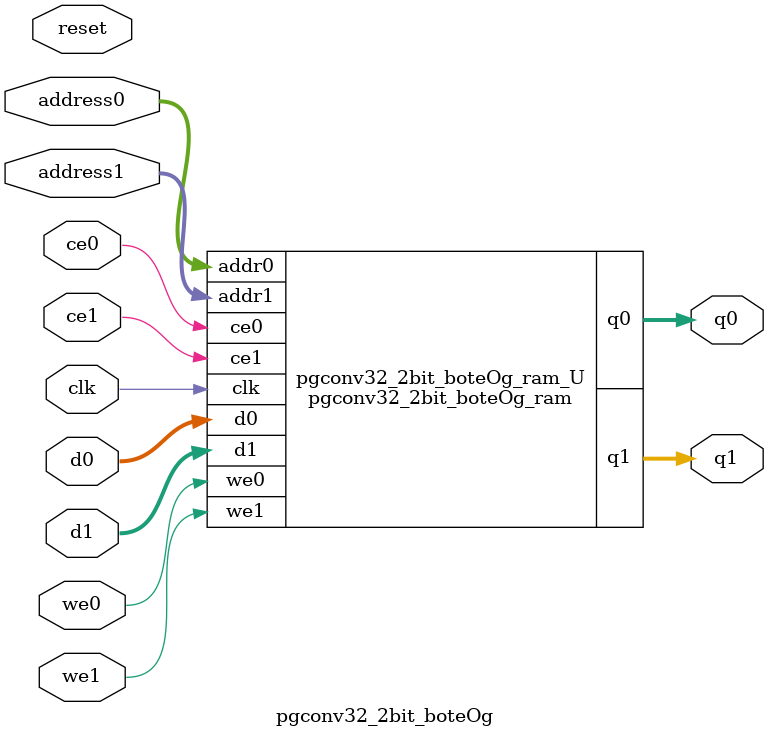
<source format=v>
`timescale 1 ns / 1 ps
module pgconv32_2bit_boteOg_ram (addr0, ce0, d0, we0, q0, addr1, ce1, d1, we1, q1,  clk);

parameter DWIDTH = 32;
parameter AWIDTH = 4;
parameter MEM_SIZE = 9;

input[AWIDTH-1:0] addr0;
input ce0;
input[DWIDTH-1:0] d0;
input we0;
output reg[DWIDTH-1:0] q0;
input[AWIDTH-1:0] addr1;
input ce1;
input[DWIDTH-1:0] d1;
input we1;
output reg[DWIDTH-1:0] q1;
input clk;

(* ram_style = "block" *)reg [DWIDTH-1:0] ram[0:MEM_SIZE-1];




always @(posedge clk)  
begin 
    if (ce0) begin
        if (we0) 
            ram[addr0] <= d0; 
        q0 <= ram[addr0];
    end
end


always @(posedge clk)  
begin 
    if (ce1) begin
        if (we1) 
            ram[addr1] <= d1; 
        q1 <= ram[addr1];
    end
end


endmodule

`timescale 1 ns / 1 ps
module pgconv32_2bit_boteOg(
    reset,
    clk,
    address0,
    ce0,
    we0,
    d0,
    q0,
    address1,
    ce1,
    we1,
    d1,
    q1);

parameter DataWidth = 32'd32;
parameter AddressRange = 32'd9;
parameter AddressWidth = 32'd4;
input reset;
input clk;
input[AddressWidth - 1:0] address0;
input ce0;
input we0;
input[DataWidth - 1:0] d0;
output[DataWidth - 1:0] q0;
input[AddressWidth - 1:0] address1;
input ce1;
input we1;
input[DataWidth - 1:0] d1;
output[DataWidth - 1:0] q1;



pgconv32_2bit_boteOg_ram pgconv32_2bit_boteOg_ram_U(
    .clk( clk ),
    .addr0( address0 ),
    .ce0( ce0 ),
    .we0( we0 ),
    .d0( d0 ),
    .q0( q0 ),
    .addr1( address1 ),
    .ce1( ce1 ),
    .we1( we1 ),
    .d1( d1 ),
    .q1( q1 ));

endmodule


</source>
